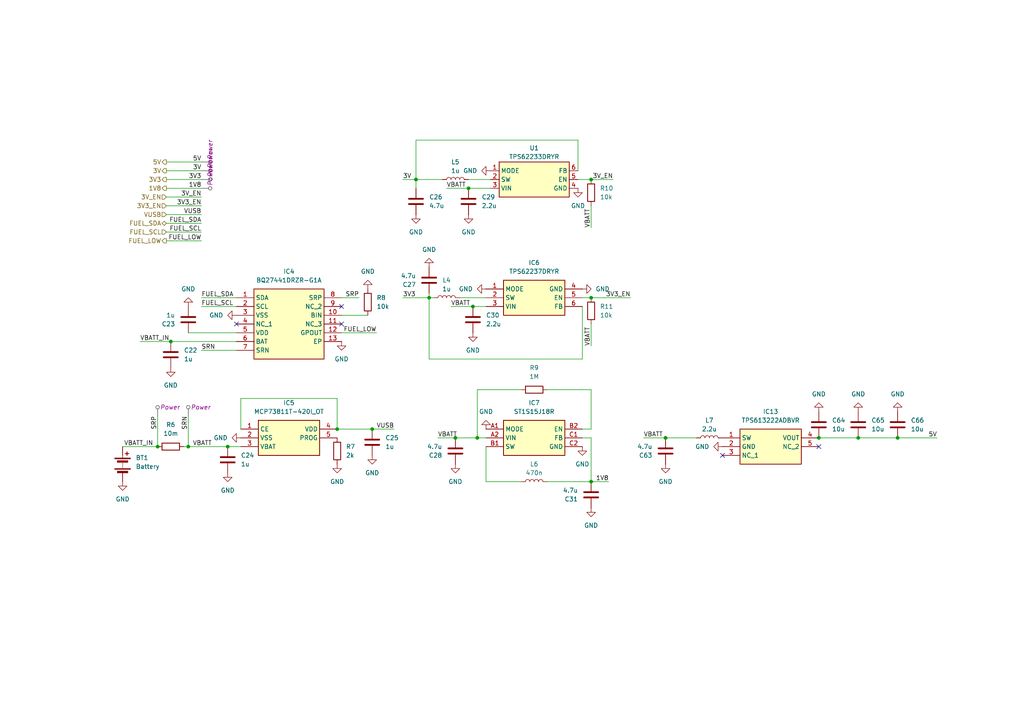
<source format=kicad_sch>
(kicad_sch (version 20231120) (generator "eeschema") (generator_version "8.0")
  (paper "A4")
  (title_block (title "Open Running Watch") (date "2024-05-13") (rev "0.1.1") (company "github.com/fuad1502/open-running-watch-hw"))
  (lib_symbols
    (symbol "BQ27441DRZR-G1A:BQ27441DRZR-G1A"
      (property "Reference" "IC" (at 26.67 7.62 0))
      (property "Value" "BQ27441DRZR-G1A" (at 26.67 5.08 0))
      (symbol "BQ27441DRZR-G1A_1_1"
        (rectangle (start 5.08 2.54) (end 25.4 -17.78) (stroke (width 0.254)) (fill (type background)))
        (pin passive line (at 0 0 0) (length 5.08) (name "SDA") (number "1"))
        (pin passive line (at 30.48 -5.08 180) (length 5.08) (name "BIN") (number "10"))
        (pin passive line (at 30.48 -7.62 180) (length 5.08) (name "NC_3") (number "11"))
        (pin passive line (at 30.48 -10.16 180) (length 5.08) (name "GPOUT") (number "12"))
        (pin passive line (at 30.48 -12.7 180) (length 5.08) (name "EP") (number "13"))
        (pin passive line (at 0 -2.54 0) (length 5.08) (name "SCL") (number "2"))
        (pin passive line (at 0 -5.08 0) (length 5.08) (name "VSS") (number "3"))
        (pin passive line (at 0 -7.62 0) (length 5.08) (name "NC_1") (number "4"))
        (pin passive line (at 0 -10.16 0) (length 5.08) (name "VDD") (number "5"))
        (pin passive line (at 0 -12.7 0) (length 5.08) (name "BAT") (number "6"))
        (pin passive line (at 0 -15.24 0) (length 5.08) (name "SRN") (number "7"))
        (pin passive line (at 30.48 0 180) (length 5.08) (name "SRP") (number "8"))
        (pin passive line (at 30.48 -2.54 180) (length 5.08) (name "NC_2") (number "9"))
      )
    )
    (symbol "Device:Battery" (pin_numbers hide) (pin_names (offset 0) hide)
      (property "Reference" "BT" (at 2.54 2.54 0))
      (property "Value" "Battery" (at 2.54 0 0))
      (symbol "Battery_0_1"
        (rectangle (start -2.286 -1.27) (end 2.286 -1.524) (fill (type outline)))
        (rectangle (start -2.286 1.778) (end 2.286 1.524) (fill (type outline)))
        (rectangle (start -1.524 -2.032) (end 1.524 -2.54) (fill (type outline)))
        (rectangle (start -1.524 1.016) (end 1.524 0.508) (fill (type outline)))
        (polyline (pts (xy 0 -1.016) (xy 0 -0.762)))
        (polyline (pts (xy 0 -0.508) (xy 0 -0.254)))
        (polyline (pts (xy 0 0) (xy 0 0.254)))
        (polyline (pts (xy 0 1.778) (xy 0 2.54)))
        (polyline (pts (xy 0.762 3.048) (xy 1.778 3.048)) (stroke (width 0.254)))
        (polyline (pts (xy 1.27 3.556) (xy 1.27 2.54)) (stroke (width 0.254)))
      )
      (symbol "Battery_1_1"
        (pin passive line (at 0 5.08 270) (length 2.54) (name "+") (number "1"))
        (pin passive line (at 0 -5.08 90) (length 2.54) (name "-") (number "2"))
      )
    )
    (symbol "Device:C" (pin_numbers hide) (pin_names (offset 0.254))
      (property "Reference" "C" (at 0.635 2.54 0))
      (property "Value" "C" (at 0.635 -2.54 0))
      (symbol "C_0_1"
        (polyline (pts (xy -2.032 -0.762) (xy 2.032 -0.762)) (stroke (width 0.508)))
        (polyline (pts (xy -2.032 0.762) (xy 2.032 0.762)) (stroke (width 0.508)))
      )
      (symbol "C_1_1"
        (pin passive line (at 0 3.81 270) (length 2.794) (name "~") (number "1"))
        (pin passive line (at 0 -3.81 90) (length 2.794) (name "~") (number "2"))
      )
    )
    (symbol "Device:L" (pin_numbers hide) (pin_names (offset 1.016) hide)
      (property "Reference" "L" (at -1.27 0 90))
      (property "Value" "L" (at 1.905 0 90))
      (symbol "L_0_1"
        (arc (start 0 -2.54) (mid 0.6323 -1.905) (end 0 -1.27))
        (arc (start 0 -1.27) (mid 0.6323 -0.635) (end 0 0))
        (arc (start 0 0) (mid 0.6323 0.635) (end 0 1.27))
        (arc (start 0 1.27) (mid 0.6323 1.905) (end 0 2.54))
      )
      (symbol "L_1_1"
        (pin passive line (at 0 3.81 270) (length 1.27) (name "1") (number "1"))
        (pin passive line (at 0 -3.81 90) (length 1.27) (name "2") (number "2"))
      )
    )
    (symbol "Device:R" (pin_numbers hide) (pin_names (offset 0))
      (property "Reference" "R" (at 2.032 0 90))
      (property "Value" "R" (at 0 0 90))
      (symbol "R_0_1"
        (rectangle (start -1.016 -2.54) (end 1.016 2.54) (stroke (width 0.254)))
      )
      (symbol "R_1_1"
        (pin passive line (at 0 3.81 270) (length 1.27) (name "~") (number "1"))
        (pin passive line (at 0 -3.81 90) (length 1.27) (name "~") (number "2"))
      )
    )
    (symbol "MCP73811T-420I_OT:MCP73811T-420I_OT"
      (property "Reference" "IC" (at 24.13 7.62 0))
      (property "Value" "MCP73811T-420I_OT" (at 24.13 5.08 0))
      (symbol "MCP73811T-420I_OT_1_1"
        (rectangle (start 5.08 2.54) (end 22.86 -7.62) (stroke (width 0.254)) (fill (type background)))
        (pin passive line (at 0 0 0) (length 5.08) (name "CE") (number "1"))
        (pin passive line (at 0 -2.54 0) (length 5.08) (name "VSS") (number "2"))
        (pin passive line (at 0 -5.08 0) (length 5.08) (name "VBAT") (number "3"))
        (pin passive line (at 27.94 0 180) (length 5.08) (name "VDD") (number "4"))
        (pin passive line (at 27.94 -2.54 180) (length 5.08) (name "PROG") (number "5"))
      )
    )
    (symbol "ST1S15J18R:ST1S15J18R"
      (property "Reference" "IC" (at 24.13 7.62 0))
      (property "Value" "ST1S15J18R" (at 24.13 5.08 0))
      (symbol "ST1S15J18R_1_1"
        (rectangle (start 5.08 2.54) (end 22.86 -7.62) (stroke (width 0.254)) (fill (type background)))
        (pin passive line (at 0 0 0) (length 5.08) (name "MODE") (number "A1"))
        (pin passive line (at 0 -2.54 0) (length 5.08) (name "VIN") (number "A2"))
        (pin passive line (at 0 -5.08 0) (length 5.08) (name "SW") (number "B1"))
        (pin passive line (at 27.94 0 180) (length 5.08) (name "EN") (number "B2"))
        (pin passive line (at 27.94 -2.54 180) (length 5.08) (name "FB") (number "C1"))
        (pin passive line (at 27.94 -5.08 180) (length 5.08) (name "GND") (number "C2"))
      )
    )
    (symbol "TPS613222ADBVR:TPS613222ADBVR"
      (property "Reference" "IC" (at 24.13 7.62 0))
      (property "Value" "TPS613222ADBVR" (at 24.13 5.08 0))
      (symbol "TPS613222ADBVR_1_1"
        (rectangle (start 5.08 2.54) (end 22.86 -7.62) (stroke (width 0.254)) (fill (type background)))
        (pin passive line (at 0 0 0) (length 5.08) (name "SW") (number "1"))
        (pin passive line (at 0 -2.54 0) (length 5.08) (name "GND") (number "2"))
        (pin passive line (at 0 -5.08 0) (length 5.08) (name "NC_1") (number "3"))
        (pin passive line (at 27.94 0 180) (length 5.08) (name "VOUT") (number "4"))
        (pin passive line (at 27.94 -2.54 180) (length 5.08) (name "NC_2") (number "5"))
      )
    )
    (symbol "TPS62233DRYR:TPS62233DRYR"
      (property "Reference" "U1" (at 0 5.334 0))
      (property "Value" "TPS62233DRYR" (at 0 2.794 0))
      (symbol "TPS62233DRYR_0_1"
        (rectangle (start -10.16 1.27) (end 10.16 -8.89) (stroke (width 0.254)) (fill (type background)))
      )
      (symbol "TPS62233DRYR_1_1"
        (pin input line (at -12.7 -1.27 0) (length 2.54) (name "MODE") (number "1"))
        (pin output line (at -12.7 -3.81 0) (length 2.54) (name "SW") (number "2"))
        (pin power_in line (at -12.7 -6.35 0) (length 2.54) (name "VIN") (number "3"))
        (pin power_in line (at 12.7 -6.35 180) (length 2.54) (name "GND") (number "4"))
        (pin input line (at 12.7 -3.81 180) (length 2.54) (name "EN") (number "5"))
        (pin input line (at 12.7 -1.27 180) (length 2.54) (name "FB") (number "6"))
      )
    )
    (symbol "TPS62237DRYR:TPS62237DRYR"
      (property "Reference" "IC" (at 24.13 7.62 0))
      (property "Value" "TPS62237DRYR" (at 24.13 5.08 0))
      (symbol "TPS62237DRYR_1_1"
        (rectangle (start 5.08 2.54) (end 22.86 -7.62) (stroke (width 0.254)) (fill (type background)))
        (pin passive line (at 0 0 0) (length 5.08) (name "MODE") (number "1"))
        (pin passive line (at 0 -2.54 0) (length 5.08) (name "SW") (number "2"))
        (pin passive line (at 0 -5.08 0) (length 5.08) (name "VIN") (number "3"))
        (pin passive line (at 27.94 0 180) (length 5.08) (name "GND") (number "4"))
        (pin passive line (at 27.94 -2.54 180) (length 5.08) (name "EN") (number "5"))
        (pin passive line (at 27.94 -5.08 180) (length 5.08) (name "FB") (number "6"))
      )
    )
    (symbol "power:GND" (power) (pin_numbers hide) (pin_names (offset 0) hide)
      (property "Value" "GND" (at 0 -3.81 0))
      (symbol "GND_0_1"
        (polyline (pts (xy 0 0) (xy 0 -1.27) (xy 1.27 -1.27) (xy 0 -2.54) (xy -1.27 -1.27) (xy 0 -1.27)))
      )
      (symbol "GND_1_1"
        (pin power_in line (at 0 0 270) (length 0) (name "~") (number "1"))
      )
    )
  )
  (junction (at 107.95 124.46))
  (junction (at 237.49 127))
  (junction (at 54.61 129.54))
  (junction (at 137.16 88.9))
  (junction (at 132.08 127))
  (junction (at 193.04 127))
  (junction (at 171.45 86.36))
  (junction (at 260.35 127))
  (junction (at 171.45 52.07))
  (junction (at 120.65 52.07))
  (junction (at 66.04 129.54))
  (junction (at 138.43 127))
  (junction (at 97.79 124.46))
  (junction (at 45.72 129.54))
  (junction (at 135.89 54.61))
  (junction (at 248.92 127))
  (junction (at 49.53 99.06))
  (junction (at 124.46 86.36))
  (junction (at 171.45 139.7))
  (no_connect (at 68.58 93.98))
  (no_connect (at 237.49 129.54))
  (no_connect (at 99.06 93.98))
  (no_connect (at 99.06 88.9))
  (no_connect (at 209.55 132.08))
  (wire (pts (xy 48.26 69.85) (xy 58.42 69.85)))
  (wire (pts (xy 171.45 139.7) (xy 176.53 139.7)))
  (wire (pts (xy 237.49 127) (xy 248.92 127)))
  (wire (pts (xy 168.91 86.36) (xy 171.45 86.36)))
  (wire (pts (xy 130.81 88.9) (xy 137.16 88.9)))
  (wire (pts (xy 58.42 86.36) (xy 68.58 86.36)))
  (wire (pts (xy 116.84 86.36) (xy 124.46 86.36)))
  (wire (pts (xy 167.64 40.64) (xy 167.64 49.53)))
  (wire (pts (xy 99.06 86.36) (xy 104.14 86.36)))
  (wire (pts (xy 171.45 86.36) (xy 182.88 86.36)))
  (wire (pts (xy 97.79 124.46) (xy 107.95 124.46)))
  (wire (pts (xy 171.45 127) (xy 168.91 127)))
  (wire (pts (xy 171.45 113.03) (xy 171.45 124.46)))
  (wire (pts (xy 171.45 52.07) (xy 177.8 52.07)))
  (wire (pts (xy 54.61 120.65) (xy 54.61 129.54)))
  (wire (pts (xy 171.45 139.7) (xy 171.45 127)))
  (wire (pts (xy 124.46 86.36) (xy 125.73 86.36)))
  (wire (pts (xy 248.92 127) (xy 260.35 127)))
  (wire (pts (xy 132.08 127) (xy 138.43 127)))
  (wire (pts (xy 138.43 113.03) (xy 151.13 113.03)))
  (wire (pts (xy 40.64 99.06) (xy 49.53 99.06)))
  (wire (pts (xy 48.26 54.61) (xy 58.42 54.61)))
  (wire (pts (xy 133.35 86.36) (xy 140.97 86.36)))
  (wire (pts (xy 58.42 101.6) (xy 68.58 101.6)))
  (wire (pts (xy 69.85 124.46) (xy 69.85 115.57)))
  (wire (pts (xy 120.65 54.61) (xy 120.65 52.07)))
  (wire (pts (xy 124.46 85.09) (xy 124.46 86.36)))
  (wire (pts (xy 127 127) (xy 132.08 127)))
  (wire (pts (xy 48.26 52.07) (xy 58.42 52.07)))
  (wire (pts (xy 69.85 115.57) (xy 97.79 115.57)))
  (wire (pts (xy 260.35 127) (xy 271.78 127)))
  (wire (pts (xy 171.45 124.46) (xy 168.91 124.46)))
  (wire (pts (xy 45.72 120.65) (xy 45.72 129.54)))
  (wire (pts (xy 48.26 64.77) (xy 58.42 64.77)))
  (wire (pts (xy 48.26 62.23) (xy 58.42 62.23)))
  (wire (pts (xy 48.26 49.53) (xy 58.42 49.53)))
  (wire (pts (xy 135.89 54.61) (xy 142.24 54.61)))
  (wire (pts (xy 140.97 139.7) (xy 151.13 139.7)))
  (wire (pts (xy 120.65 52.07) (xy 128.27 52.07)))
  (wire (pts (xy 107.95 124.46) (xy 114.3 124.46)))
  (wire (pts (xy 129.54 54.61) (xy 135.89 54.61)))
  (wire (pts (xy 124.46 104.14) (xy 168.91 104.14)))
  (wire (pts (xy 53.34 129.54) (xy 54.61 129.54)))
  (wire (pts (xy 120.65 40.64) (xy 167.64 40.64)))
  (wire (pts (xy 138.43 127) (xy 138.43 113.03)))
  (wire (pts (xy 99.06 96.52) (xy 109.22 96.52)))
  (wire (pts (xy 49.53 99.06) (xy 68.58 99.06)))
  (wire (pts (xy 158.75 139.7) (xy 171.45 139.7)))
  (wire (pts (xy 48.26 57.15) (xy 58.42 57.15)))
  (wire (pts (xy 48.26 59.69) (xy 58.42 59.69)))
  (wire (pts (xy 171.45 93.98) (xy 171.45 100.33)))
  (wire (pts (xy 97.79 115.57) (xy 97.79 124.46)))
  (wire (pts (xy 171.45 59.69) (xy 171.45 66.04)))
  (wire (pts (xy 158.75 113.03) (xy 171.45 113.03)))
  (wire (pts (xy 48.26 67.31) (xy 58.42 67.31)))
  (wire (pts (xy 168.91 104.14) (xy 168.91 88.9)))
  (wire (pts (xy 54.61 96.52) (xy 68.58 96.52)))
  (wire (pts (xy 35.56 129.54) (xy 45.72 129.54)))
  (wire (pts (xy 135.89 52.07) (xy 142.24 52.07)))
  (wire (pts (xy 140.97 127) (xy 138.43 127)))
  (wire (pts (xy 54.61 129.54) (xy 66.04 129.54)))
  (wire (pts (xy 137.16 88.9) (xy 140.97 88.9)))
  (wire (pts (xy 124.46 86.36) (xy 124.46 104.14)))
  (wire (pts (xy 186.69 127) (xy 193.04 127)))
  (wire (pts (xy 120.65 52.07) (xy 120.65 40.64)))
  (wire (pts (xy 99.06 91.44) (xy 106.68 91.44)))
  (wire (pts (xy 66.04 129.54) (xy 69.85 129.54)))
  (wire (pts (xy 193.04 127) (xy 201.93 127)))
  (wire (pts (xy 48.26 46.99) (xy 58.42 46.99)))
  (wire (pts (xy 116.84 52.07) (xy 120.65 52.07)))
  (wire (pts (xy 140.97 129.54) (xy 140.97 139.7)))
  (wire (pts (xy 167.64 52.07) (xy 171.45 52.07)))
  (wire (pts (xy 58.42 88.9) (xy 68.58 88.9)))
  (label "5V" (at 58.42 46.99 180))
  (label "3V" (at 58.42 49.53 180))
  (label "3V3" (at 116.84 86.36 0))
  (label "3V3" (at 58.42 52.07 180))
  (label "FUEL_SDA" (at 58.42 64.77 180))
  (label "VBATT" (at 129.54 54.61 0))
  (label "VBATT" (at 127 127 0))
  (label "FUEL_SCL" (at 58.42 88.9 0))
  (label "SRP" (at 45.72 120.65 270))
  (label "VUSB" (at 58.42 62.23 180))
  (label "VBATT" (at 171.45 100.33 90))
  (label "FUEL_SCL" (at 58.42 67.31 180))
  (label "3V_EN" (at 177.8 52.07 180))
  (label "5V" (at 271.78 127 180))
  (label "FUEL_LOW" (at 109.22 96.52 180))
  (label "SRN" (at 54.61 120.65 270))
  (label "VUSB" (at 114.3 124.46 180))
  (label "VBATT" (at 186.69 127 0))
  (label "3V_EN" (at 58.42 57.15 180))
  (label "VBATT" (at 130.81 88.9 0))
  (label "1V8" (at 176.53 139.7 180))
  (label "SRP" (at 104.14 86.36 180))
  (label "FUEL_SDA" (at 58.42 86.36 0))
  (label "VBATT" (at 55.88 129.54 0))
  (label "1V8" (at 58.42 54.61 180))
  (label "SRN" (at 58.42 101.6 0))
  (label "3V" (at 116.84 52.07 0))
  (label "3V3_EN" (at 182.88 86.36 180))
  (label "VBATT_IN" (at 40.64 99.06 0))
  (label "3V3_EN" (at 58.42 59.69 180))
  (label "VBATT_IN" (at 44.45 129.54 180))
  (label "VBATT" (at 171.45 66.04 90))
  (label "FUEL_LOW" (at 58.42 69.85 180))
  (hierarchical_label "1V8" (shape output) (at 48.26 54.61 180))
  (hierarchical_label "3V" (shape output) (at 48.26 49.53 180))
  (hierarchical_label "5V" (shape output) (at 48.26 46.99 180))
  (hierarchical_label "FUEL_LOW" (shape output) (at 48.26 69.85 180))
  (hierarchical_label "3V_EN" (shape input) (at 48.26 57.15 180))
  (hierarchical_label "FUEL_SDA" (shape bidirectional) (at 48.26 64.77 180))
  (hierarchical_label "3V3_EN" (shape input) (at 48.26 59.69 180))
  (hierarchical_label "FUEL_SCL" (shape input) (at 48.26 67.31 180))
  (hierarchical_label "3V3" (shape output) (at 48.26 52.07 180))
  (hierarchical_label "VUSB" (shape input) (at 48.26 62.23 180))
  (netclass_flag "" (length 2.54) (shape round) (at 58.42 54.61 270) (property "Netclass" "Power" (at 60.96 53.9115 90) (effects (font (italic yes)) (justify left))))
  (netclass_flag "" (length 2.54) (shape round) (at 45.72 120.65 0) (property "Netclass" "Power" (at 46.4185 118.11 0) (effects (font (italic yes)) (justify left))))
  (netclass_flag "" (length 2.54) (shape round) (at 58.42 52.07 270) (property "Netclass" "Power" (at 60.96 51.3715 90) (effects (font (italic yes)) (justify left))))
  (netclass_flag "" (length 2.54) (shape round) (at 58.42 46.99 270) (property "Netclass" "Power" (at 60.96 46.2915 90) (effects (font (italic yes)) (justify left))))
  (netclass_flag "" (length 2.54) (shape round) (at 58.42 49.53 270) (property "Netclass" "Power" (at 60.96 48.8315 90) (effects (font (italic yes)) (justify left))))
  (netclass_flag "" (length 2.54) (shape round) (at 54.61 120.65 0) (property "Netclass" "Power" (at 55.3085 118.11 0) (effects (font (italic yes)) (justify left))))
  (symbol (lib_id "Device:R") (at 171.45 55.88 0) (unit 1)
    (property "Reference" "R10" (at 173.99 54.6099 0) (effects (justify left)))
    (property "Value" "10k" (at 173.99 57.1499 0) (effects (justify left)))
    (property "Footprint" "Resistor_SMD:R_0402_1005Metric" (effects (hide yes)))
    (property "Description" "Resistor" (effects (hide yes)))
    (property "Manufacturer_Part_Number" "RC0402JR-0710KP" (effects (hide yes)))
  )
  (symbol (lib_id "TPS613222ADBVR:TPS613222ADBVR") (at 209.55 127 0) (unit 1)
    (property "Reference" "IC13" (at 223.52 119.38 0))
    (property "Value" "TPS613222ADBVR" (at 223.52 121.92 0))
    (property "Footprint" "TPS613222ADBVR:SOT95P280X145-5N" (effects (hide yes)))
    (property "Datasheet" "http://www.ti.com/lit/gpn/tps61322" (effects (hide yes)))
    (property "Description" "6-uA Quiescent Current, 1.8-A Switch Current Boost Converter" (effects (hide yes)))
    (property "Height" "1.45" (effects (hide yes)))
    (property "Mouser Part Number" "595-TPS613222ADBVR" (effects (hide yes)))
    (property "Mouser Price/Stock" "https://www.mouser.co.uk/ProductDetail/Texas-Instruments/TPS613222ADBVR?qs=W0yvOO0ixfE4d69WXsn8NQ%3D%3D" (effects (hide yes)))
    (property "Manufacturer_Name" "Texas Instruments" (effects (hide yes)))
    (property "Manufacturer_Part_Number" "TPS613222ADBVR" (effects (hide yes)))
  )
  (symbol (lib_id "Device:R") (at 154.94 113.03 90) (unit 1)
    (property "Reference" "R9" (at 154.94 106.68 90))
    (property "Value" "1M" (at 154.94 109.22 90))
    (property "Footprint" "Resistor_SMD:R_0402_1005Metric" (effects (hide yes)))
    (property "Description" "Resistor" (effects (hide yes)))
    (property "Manufacturer_Part_Number" "RC0402JR-071ML" (effects (hide yes)))
  )
  (symbol (lib_id "power:GND") (at 107.95 132.08 0) (unit 1)
    (property "Reference" "#PWR047" (effects (hide yes)))
    (property "Value" "GND" (at 107.95 137.16 0))
    (property "Description" "Power symbol creates a global label with name \"GND\" , ground" (effects (hide yes)))
  )
  (symbol (lib_id "power:GND") (at 49.53 106.68 0) (unit 1)
    (property "Reference" "#PWR039" (effects (hide yes)))
    (property "Value" "GND" (at 49.53 111.76 0))
    (property "Description" "Power symbol creates a global label with name \"GND\" , ground" (effects (hide yes)))
  )
  (symbol (lib_id "power:GND") (at 54.61 88.9 180) (unit 1)
    (property "Reference" "#PWR040" (effects (hide yes)))
    (property "Value" "GND" (at 54.61 83.82 0))
    (property "Description" "Power symbol creates a global label with name \"GND\" , ground" (effects (hide yes)))
  )
  (symbol (lib_id "power:GND") (at 167.64 54.61 0) (unit 1)
    (property "Reference" "#PWR056" (effects (hide yes)))
    (property "Value" "GND" (at 167.64 59.69 0))
    (property "Description" "Power symbol creates a global label with name \"GND\" , ground" (effects (hide yes)))
  )
  (symbol (lib_id "Device:L") (at 129.54 86.36 90) (unit 1)
    (property "Reference" "L4" (at 129.54 81.28 90))
    (property "Value" "1u" (at 129.54 83.82 90))
    (property "Footprint" "Inductor_SMD:L_1008_2520Metric" (effects (hide yes)))
    (property "Description" "Inductor" (effects (hide yes)))
    (property "Manufacturer_Part_Number" "LQM2HPN1R0MJ0L" (effects (hide yes)))
  )
  (symbol (lib_id "Device:C") (at 54.61 92.71 180) (unit 1)
    (property "Reference" "C23" (at 50.8 93.9801 0) (effects (justify left)))
    (property "Value" "1u" (at 50.8 91.4401 0) (effects (justify left)))
    (property "Footprint" "Capacitor_SMD:C_0603_1608Metric" (effects (hide yes)))
    (property "Description" "Unpolarized capacitor" (effects (hide yes)))
    (property "Manufacturer_Part_Number" "C0603C105K4RACTU" (effects (hide yes)))
  )
  (symbol (lib_id "power:GND") (at 237.49 119.38 180) (unit 1)
    (property "Reference" "#PWR0126" (effects (hide yes)))
    (property "Value" "GND" (at 237.49 114.3 0))
    (property "Description" "Power symbol creates a global label with name \"GND\" , ground" (effects (hide yes)))
  )
  (symbol (lib_id "Device:C") (at 107.95 128.27 0) (unit 1)
    (property "Reference" "C25" (at 111.76 126.9999 0) (effects (justify left)))
    (property "Value" "1u" (at 111.76 129.5399 0) (effects (justify left)))
    (property "Footprint" "Capacitor_SMD:C_0603_1608Metric" (effects (hide yes)))
    (property "Description" "Unpolarized capacitor" (effects (hide yes)))
    (property "Manufacturer_Part_Number" "C0603C105K4RACTU" (effects (hide yes)))
  )
  (symbol (lib_id "TPS62233DRYR:TPS62233DRYR") (at 154.94 48.26 0) (unit 1)
    (property "Reference" "U1" (at 154.94 42.926 0))
    (property "Value" "TPS62233DRYR" (at 154.94 45.466 0))
    (property "Footprint" "Package_SON:Texas_USON-6_1x1.45mm_P0.5mm_SMD" (effects (hide yes)))
    (property "Manufacturer_Part_Number" "TPS62233DRYR" (effects (hide yes)))
  )
  (symbol (lib_id "power:GND") (at 106.68 83.82 180) (unit 1)
    (property "Reference" "#PWR046" (effects (hide yes)))
    (property "Value" "GND" (at 106.68 78.74 0))
    (property "Description" "Power symbol creates a global label with name \"GND\" , ground" (effects (hide yes)))
  )
  (symbol (lib_id "power:GND") (at 69.85 127 270) (unit 1)
    (property "Reference" "#PWR043" (effects (hide yes)))
    (property "Value" "GND" (at 66.04 126.9999 90) (effects (justify right)))
    (property "Description" "Power symbol creates a global label with name \"GND\" , ground" (effects (hide yes)))
  )
  (symbol (lib_id "Device:C") (at 248.92 123.19 0) (unit 1)
    (property "Reference" "C65" (at 252.73 121.9199 0) (effects (justify left)))
    (property "Value" "10u" (at 252.73 124.4599 0) (effects (justify left)))
    (property "Footprint" "Capacitor_SMD:C_0603_1608Metric" (effects (hide yes)))
    (property "Description" "Unpolarized capacitor" (effects (hide yes)))
    (property "Manufacturer_Part_Number" "GRM188R60J106ME47J" (effects (hide yes)))
  )
  (symbol (lib_id "Device:C") (at 49.53 102.87 0) (unit 1)
    (property "Reference" "C22" (at 53.34 101.5999 0) (effects (justify left)))
    (property "Value" "1u" (at 53.34 104.1399 0) (effects (justify left)))
    (property "Footprint" "Capacitor_SMD:C_0603_1608Metric" (effects (hide yes)))
    (property "Description" "Unpolarized capacitor" (effects (hide yes)))
    (property "Manufacturer_Part_Number" "C0603C105K4RACTU" (effects (hide yes)))
  )
  (symbol (lib_id "TPS62237DRYR:TPS62237DRYR") (at 140.97 83.82 0) (unit 1)
    (property "Reference" "IC6" (at 154.94 76.2 0))
    (property "Value" "TPS62237DRYR" (at 154.94 78.74 0))
    (property "Footprint" "Package_SON:Texas_USON-6_1x1.45mm_P0.5mm_SMD" (effects (hide yes)))
    (property "Datasheet" "https://www.ti.com/lit/ds/symlink/tps62230.pdf?ts=1631617039642&ref_url=https%253A%252F%252Fwww.ti.com%252Fstore%252Fti%252Fen%252Fp%252Fproduct%252F%253Fp%253DTPS62237DRYR" (effects (hide yes)))
    (property "Description" "Conv DC-DC 2.05V to 6V Synchronous Step Down Single-Out 3.3V 0.5A 6-Pin USON T/R" (effects (hide yes)))
    (property "Height" "0.6" (effects (hide yes)))
    (property "Mouser Part Number" "595-TPS62237DRYR" (effects (hide yes)))
    (property "Mouser Price/Stock" "https://www.mouser.co.uk/ProductDetail/Texas-Instruments/TPS62237DRYR?qs=%2Fqzd9s%252BcLd6Amw0z%252Byi3sQ%3D%3D" (effects (hide yes)))
    (property "Manufacturer_Name" "Texas Instruments" (effects (hide yes)))
    (property "Manufacturer_Part_Number" "TPS62237DRYR" (effects (hide yes)))
  )
  (symbol (lib_id "Device:L") (at 205.74 127 90) (unit 1)
    (property "Reference" "L7" (at 205.74 121.92 90))
    (property "Value" "2.2u" (at 205.74 124.46 90))
    (property "Footprint" "Inductor_SMD:L_1008_2520Metric" (effects (hide yes)))
    (property "Description" "Inductor" (effects (hide yes)))
    (property "Manufacturer_Part_Number" "DFE252012F-2R2M=P2" (effects (hide yes)))
  )
  (symbol (lib_id "Device:C") (at 124.46 81.28 180) (unit 1)
    (property "Reference" "C27" (at 120.65 82.5501 0) (effects (justify left)))
    (property "Value" "4.7u" (at 120.65 80.0101 0) (effects (justify left)))
    (property "Footprint" "Capacitor_SMD:C_0402_1005Metric" (effects (hide yes)))
    (property "Description" "Unpolarized capacitor" (effects (hide yes)))
    (property "Manufacturer_Part_Number" "GRM155R60J475ME87J" (effects (hide yes)))
  )
  (symbol (lib_id "power:GND") (at 97.79 134.62 0) (unit 1)
    (property "Reference" "#PWR044" (effects (hide yes)))
    (property "Value" "GND" (at 97.79 139.7 0))
    (property "Description" "Power symbol creates a global label with name \"GND\" , ground" (effects (hide yes)))
  )
  (symbol (lib_id "MCP73811T-420I_OT:MCP73811T-420I_OT") (at 69.85 124.46 0) (unit 1)
    (property "Reference" "IC5" (at 83.82 116.84 0))
    (property "Value" "MCP73811T-420I_OT" (at 83.82 119.38 0))
    (property "Footprint" "MCP73811T-420I_OT:SOT95P270X145-5N" (effects (hide yes)))
    (property "Datasheet" "https://datasheet.datasheetarchive.com/originals/distributors/SFDatasheet-4/sf-00090104.pdf" (effects (hide yes)))
    (property "Description" "Li-Ion Charge Controller 4.2V SOT23-5" (effects (hide yes)))
    (property "Height" "1.45" (effects (hide yes)))
    (property "Mouser Part Number" "579-MCP73811T-420IOT" (effects (hide yes)))
    (property "Mouser Price/Stock" "https://www.mouser.co.uk/ProductDetail/Microchip-Technology/MCP73811T-420I-OT?qs=tZia49mH7IL7zxmMwvtzFg%3D%3D" (effects (hide yes)))
    (property "Manufacturer_Name" "Microchip" (effects (hide yes)))
    (property "Manufacturer_Part_Number" "MCP73811T-420I/OT" (effects (hide yes)))
  )
  (symbol (lib_id "Device:C") (at 260.35 123.19 0) (unit 1)
    (property "Reference" "C66" (at 264.16 121.9199 0) (effects (justify left)))
    (property "Value" "10u" (at 264.16 124.4599 0) (effects (justify left)))
    (property "Footprint" "Capacitor_SMD:C_0603_1608Metric" (effects (hide yes)))
    (property "Description" "Unpolarized capacitor" (effects (hide yes)))
    (property "Manufacturer_Part_Number" "GRM188R60J106ME47J" (effects (hide yes)))
  )
  (symbol (lib_id "power:GND") (at 140.97 83.82 270) (unit 1)
    (property "Reference" "#PWR053" (effects (hide yes)))
    (property "Value" "GND" (at 137.16 83.8199 90) (effects (justify right)))
    (property "Description" "Power symbol creates a global label with name \"GND\" , ground" (effects (hide yes)))
  )
  (symbol (lib_id "Device:L") (at 132.08 52.07 90) (unit 1)
    (property "Reference" "L5" (at 132.08 46.99 90))
    (property "Value" "1u" (at 132.08 49.53 90))
    (property "Footprint" "Inductor_SMD:L_1008_2520Metric" (effects (hide yes)))
    (property "Description" "Inductor" (effects (hide yes)))
    (property "Manufacturer_Part_Number" "LQM2HPN1R0MJ0L" (effects (hide yes)))
  )
  (symbol (lib_id "power:GND") (at 66.04 137.16 0) (unit 1)
    (property "Reference" "#PWR041" (effects (hide yes)))
    (property "Value" "GND" (at 66.04 142.24 0))
    (property "Description" "Power symbol creates a global label with name \"GND\" , ground" (effects (hide yes)))
  )
  (symbol (lib_id "ST1S15J18R:ST1S15J18R") (at 140.97 124.46 0) (unit 1)
    (property "Reference" "IC7" (at 154.94 116.84 0))
    (property "Value" "ST1S15J18R" (at 154.94 119.38 0))
    (property "Footprint" "ST1S15J18R:BGA6C40P2X3_94X119X60" (effects (hide yes)))
    (property "Datasheet" "https://www.st.com/resource/en/datasheet/st1s15.pdf" (effects (hide yes)))
    (property "Description" "500 mA, 6 MHz synchronous step-down converter" (effects (hide yes)))
    (property "Height" "0.6" (effects (hide yes)))
    (property "Mouser Part Number" "511-ST1S15J18R" (effects (hide yes)))
    (property "Mouser Price/Stock" "https://www.mouser.co.uk/ProductDetail/STMicroelectronics/ST1S15J18R?qs=19rwF8CI%252BwlFaXPtIIpmJQ%3D%3D" (effects (hide yes)))
    (property "Manufacturer_Name" "STMicroelectronics" (effects (hide yes)))
    (property "Manufacturer_Part_Number" "ST1S15J18R" (effects (hide yes)))
  )
  (symbol (lib_id "Device:R") (at 97.79 130.81 0) (unit 1)
    (property "Reference" "R7" (at 100.33 129.5399 0) (effects (justify left)))
    (property "Value" "2k" (at 100.33 132.0799 0) (effects (justify left)))
    (property "Footprint" "Resistor_SMD:R_0402_1005Metric" (effects (hide yes)))
    (property "Description" "Resistor" (effects (hide yes)))
    (property "Manufacturer_Part_Number" "RC0402FR-132KL" (effects (hide yes)))
  )
  (symbol (lib_id "Device:C") (at 120.65 58.42 0) (unit 1)
    (property "Reference" "C26" (at 124.46 57.1499 0) (effects (justify left)))
    (property "Value" "4.7u" (at 124.46 59.6899 0) (effects (justify left)))
    (property "Footprint" "Capacitor_SMD:C_0402_1005Metric" (effects (hide yes)))
    (property "Description" "Unpolarized capacitor" (effects (hide yes)))
    (property "Manufacturer_Part_Number" "GRM155R60J475ME87J" (effects (hide yes)))
  )
  (symbol (lib_id "power:GND") (at 248.92 119.38 180) (unit 1)
    (property "Reference" "#PWR0127" (effects (hide yes)))
    (property "Value" "GND" (at 248.92 114.3 0))
    (property "Description" "Power symbol creates a global label with name \"GND\" , ground" (effects (hide yes)))
  )
  (symbol (lib_id "power:GND") (at 142.24 49.53 270) (unit 1)
    (property "Reference" "#PWR055" (effects (hide yes)))
    (property "Value" "GND" (at 138.43 49.5299 90) (effects (justify right)))
    (property "Description" "Power symbol creates a global label with name \"GND\" , ground" (effects (hide yes)))
  )
  (symbol (lib_id "Device:C") (at 137.16 92.71 0) (unit 1)
    (property "Reference" "C30" (at 140.97 91.4399 0) (effects (justify left)))
    (property "Value" "2.2u" (at 140.97 93.9799 0) (effects (justify left)))
    (property "Footprint" "Capacitor_SMD:C_0402_1005Metric" (effects (hide yes)))
    (property "Description" "Unpolarized capacitor" (effects (hide yes)))
    (property "Manufacturer_Part_Number" "GRM155R60J225ME95J" (effects (hide yes)))
  )
  (symbol (lib_id "Device:C") (at 132.08 130.81 180) (unit 1)
    (property "Reference" "C28" (at 128.27 132.0801 0) (effects (justify left)))
    (property "Value" "4.7u" (at 128.27 129.5401 0) (effects (justify left)))
    (property "Footprint" "Capacitor_SMD:C_0402_1005Metric" (effects (hide yes)))
    (property "Description" "Unpolarized capacitor" (effects (hide yes)))
    (property "Manufacturer_Part_Number" "GRM155R60J475ME87J" (effects (hide yes)))
  )
  (symbol (lib_id "Device:C") (at 66.04 133.35 0) (unit 1)
    (property "Reference" "C24" (at 69.85 132.0799 0) (effects (justify left)))
    (property "Value" "1u" (at 69.85 134.6199 0) (effects (justify left)))
    (property "Footprint" "Capacitor_SMD:C_0603_1608Metric" (effects (hide yes)))
    (property "Description" "Unpolarized capacitor" (effects (hide yes)))
    (property "Manufacturer_Part_Number" "C0603C105K4RACTU" (effects (hide yes)))
  )
  (symbol (lib_id "Device:C") (at 171.45 143.51 180) (unit 1)
    (property "Reference" "C31" (at 167.64 144.7801 0) (effects (justify left)))
    (property "Value" "4.7u" (at 167.64 142.2401 0) (effects (justify left)))
    (property "Footprint" "Capacitor_SMD:C_0402_1005Metric" (effects (hide yes)))
    (property "Description" "Unpolarized capacitor" (effects (hide yes)))
    (property "Manufacturer_Part_Number" "GRM155R60J475ME87J" (effects (hide yes)))
  )
  (symbol (lib_id "power:GND") (at 140.97 124.46 180) (unit 1)
    (property "Reference" "#PWR054" (effects (hide yes)))
    (property "Value" "GND" (at 140.97 119.38 0))
    (property "Description" "Power symbol creates a global label with name \"GND\" , ground" (effects (hide yes)))
  )
  (symbol (lib_id "power:GND") (at 193.04 134.62 0) (unit 1)
    (property "Reference" "#PWR0125" (effects (hide yes)))
    (property "Value" "GND" (at 193.04 139.7 0))
    (property "Description" "Power symbol creates a global label with name \"GND\" , ground" (effects (hide yes)))
  )
  (symbol (lib_id "power:GND") (at 124.46 77.47 180) (unit 1)
    (property "Reference" "#PWR049" (effects (hide yes)))
    (property "Value" "GND" (at 124.46 72.39 0))
    (property "Description" "Power symbol creates a global label with name \"GND\" , ground" (effects (hide yes)))
  )
  (symbol (lib_id "BQ27441DRZR-G1A:BQ27441DRZR-G1A") (at 68.58 86.36 0) (unit 1)
    (property "Reference" "IC4" (at 83.82 78.74 0))
    (property "Value" "BQ27441DRZR-G1A" (at 83.82 81.28 0))
    (property "Footprint" "BQ27441DRZR-G1A:BQ27441DRZRG1A" (effects (hide yes)))
    (property "Datasheet" "http://www.ti.com/lit/gpn/bq27441-g1" (effects (hide yes)))
    (property "Description" "System-Side Impedance Track Battery Fuel (Gas) Gauge" (effects (hide yes)))
    (property "Mouser Part Number" "595-BQ27441DRZR-G1A" (effects (hide yes)))
    (property "Mouser Price/Stock" "https://www.mouser.co.uk/ProductDetail/Texas-Instruments/BQ27441DRZR-G1A?qs=vvk%2Fphg2gmMTlt0P9j2l8w%3D%3D" (effects (hide yes)))
    (property "Manufacturer_Name" "Texas Instruments" (effects (hide yes)))
    (property "Manufacturer_Part_Number" "BQ27441DRZR-G1A" (effects (hide yes)))
  )
  (symbol (lib_id "Device:L") (at 154.94 139.7 90) (unit 1)
    (property "Reference" "L6" (at 154.94 134.62 90))
    (property "Value" "470n" (at 154.94 137.16 90))
    (property "Footprint" "Inductor_SMD:L_0805_2012Metric" (effects (hide yes)))
    (property "Description" "Inductor" (effects (hide yes)))
    (property "Manufacturer_Part_Number" "LQM21PNR47MC0D" (effects (hide yes)))
  )
  (symbol (lib_id "power:GND") (at 168.91 83.82 90) (unit 1)
    (property "Reference" "#PWR057" (effects (hide yes)))
    (property "Value" "GND" (at 172.72 83.8199 90) (effects (justify right)))
    (property "Description" "Power symbol creates a global label with name \"GND\" , ground" (effects (hide yes)))
  )
  (symbol (lib_id "power:GND") (at 168.91 129.54 0) (unit 1)
    (property "Reference" "#PWR058" (effects (hide yes)))
    (property "Value" "GND" (at 168.91 134.62 0))
    (property "Description" "Power symbol creates a global label with name \"GND\" , ground" (effects (hide yes)))
  )
  (symbol (lib_id "Device:R") (at 49.53 129.54 90) (unit 1)
    (property "Reference" "R6" (at 49.53 123.19 90))
    (property "Value" "10m" (at 49.53 125.73 90))
    (property "Footprint" "Resistor_SMD:R_1206_3216Metric" (effects (hide yes)))
    (property "Description" "Resistor" (effects (hide yes)))
    (property "Manufacturer_Part_Number" "CRF1206-FZ-R010ELF" (effects (hide yes)))
  )
  (symbol (lib_id "power:GND") (at 35.56 139.7 0) (unit 1)
    (property "Reference" "#PWR038" (effects (hide yes)))
    (property "Value" "GND" (at 35.56 144.78 0))
    (property "Description" "Power symbol creates a global label with name \"GND\" , ground" (effects (hide yes)))
  )
  (symbol (lib_id "power:GND") (at 99.06 99.06 0) (unit 1)
    (property "Reference" "#PWR045" (effects (hide yes)))
    (property "Value" "GND" (at 99.06 104.14 0))
    (property "Description" "Power symbol creates a global label with name \"GND\" , ground" (effects (hide yes)))
  )
  (symbol (lib_id "power:GND") (at 132.08 134.62 0) (unit 1)
    (property "Reference" "#PWR050" (effects (hide yes)))
    (property "Value" "GND" (at 132.08 139.7 0))
    (property "Description" "Power symbol creates a global label with name \"GND\" , ground" (effects (hide yes)))
  )
  (symbol (lib_id "Device:C") (at 237.49 123.19 0) (unit 1)
    (property "Reference" "C64" (at 241.3 121.9199 0) (effects (justify left)))
    (property "Value" "10u" (at 241.3 124.4599 0) (effects (justify left)))
    (property "Footprint" "Capacitor_SMD:C_0603_1608Metric" (effects (hide yes)))
    (property "Description" "Unpolarized capacitor" (effects (hide yes)))
    (property "Manufacturer_Part_Number" "GRM188R60J106ME47J" (effects (hide yes)))
  )
  (symbol (lib_id "power:GND") (at 120.65 62.23 0) (unit 1)
    (property "Reference" "#PWR048" (effects (hide yes)))
    (property "Value" "GND" (at 120.65 67.31 0))
    (property "Description" "Power symbol creates a global label with name \"GND\" , ground" (effects (hide yes)))
  )
  (symbol (lib_id "Device:C") (at 193.04 130.81 180) (unit 1)
    (property "Reference" "C63" (at 189.23 132.0801 0) (effects (justify left)))
    (property "Value" "4.7u" (at 189.23 129.5401 0) (effects (justify left)))
    (property "Footprint" "Capacitor_SMD:C_0402_1005Metric" (effects (hide yes)))
    (property "Description" "Unpolarized capacitor" (effects (hide yes)))
    (property "Manufacturer_Part_Number" "GRM155R60J475ME87J" (effects (hide yes)))
  )
  (symbol (lib_id "power:GND") (at 171.45 147.32 0) (unit 1)
    (property "Reference" "#PWR059" (effects (hide yes)))
    (property "Value" "GND" (at 171.45 152.4 0))
    (property "Description" "Power symbol creates a global label with name \"GND\" , ground" (effects (hide yes)))
  )
  (symbol (lib_id "Device:R") (at 106.68 87.63 0) (unit 1)
    (property "Reference" "R8" (at 109.22 86.3599 0) (effects (justify left)))
    (property "Value" "10k" (at 109.22 88.8999 0) (effects (justify left)))
    (property "Footprint" "Resistor_SMD:R_0402_1005Metric" (effects (hide yes)))
    (property "Description" "Resistor" (effects (hide yes)))
    (property "Manufacturer_Part_Number" "RC0402JR-0710KP" (effects (hide yes)))
  )
  (symbol (lib_id "Device:C") (at 135.89 58.42 0) (unit 1)
    (property "Reference" "C29" (at 139.7 57.1499 0) (effects (justify left)))
    (property "Value" "2.2u" (at 139.7 59.6899 0) (effects (justify left)))
    (property "Footprint" "Capacitor_SMD:C_0402_1005Metric" (effects (hide yes)))
    (property "Description" "Unpolarized capacitor" (effects (hide yes)))
    (property "Manufacturer_Part_Number" "GRM155R60J225ME95J" (effects (hide yes)))
  )
  (symbol (lib_id "Device:Battery") (at 35.56 134.62 0) (unit 1) (in_bom no)
    (property "Reference" "BT1" (at 39.37 132.7784 0) (effects (justify left)))
    (property "Value" "Battery" (at 39.37 135.3184 0) (effects (justify left)))
    (property "Footprint" "Connector_Wire:SolderWire-0.1sqmm_1x02_P3.6mm_D0.4mm_OD1mm" (effects (hide yes)))
    (property "Description" "Multiple-cell battery" (effects (hide yes)))
  )
  (symbol (lib_id "Device:R") (at 171.45 90.17 0) (unit 1)
    (property "Reference" "R11" (at 173.99 88.8999 0) (effects (justify left)))
    (property "Value" "10k" (at 173.99 91.4399 0) (effects (justify left)))
    (property "Footprint" "Resistor_SMD:R_0402_1005Metric" (effects (hide yes)))
    (property "Description" "Resistor" (effects (hide yes)))
    (property "Manufacturer_Part_Number" "RC0402JR-0710KP" (effects (hide yes)))
  )
  (symbol (lib_id "power:GND") (at 260.35 119.38 180) (unit 1)
    (property "Reference" "#PWR0128" (effects (hide yes)))
    (property "Value" "GND" (at 260.35 114.3 0))
    (property "Description" "Power symbol creates a global label with name \"GND\" , ground" (effects (hide yes)))
  )
  (symbol (lib_id "power:GND") (at 135.89 62.23 0) (unit 1)
    (property "Reference" "#PWR051" (effects (hide yes)))
    (property "Value" "GND" (at 135.89 67.31 0))
    (property "Description" "Power symbol creates a global label with name \"GND\" , ground" (effects (hide yes)))
  )
  (symbol (lib_id "power:GND") (at 137.16 96.52 0) (unit 1)
    (property "Reference" "#PWR052" (effects (hide yes)))
    (property "Value" "GND" (at 137.16 101.6 0))
    (property "Description" "Power symbol creates a global label with name \"GND\" , ground" (effects (hide yes)))
  )
  (symbol (lib_id "power:GND") (at 209.55 129.54 270) (unit 1)
    (property "Reference" "#PWR0124" (effects (hide yes)))
    (property "Value" "GND" (at 205.74 129.5399 90) (effects (justify right)))
    (property "Description" "Power symbol creates a global label with name \"GND\" , ground" (effects (hide yes)))
  )
  (symbol (lib_id "power:GND") (at 68.58 91.44 270) (unit 1)
    (property "Reference" "#PWR042" (effects (hide yes)))
    (property "Value" "GND" (at 64.77 91.4399 90) (effects (justify right)))
    (property "Description" "Power symbol creates a global label with name \"GND\" , ground" (effects (hide yes)))
  )
)
</source>
